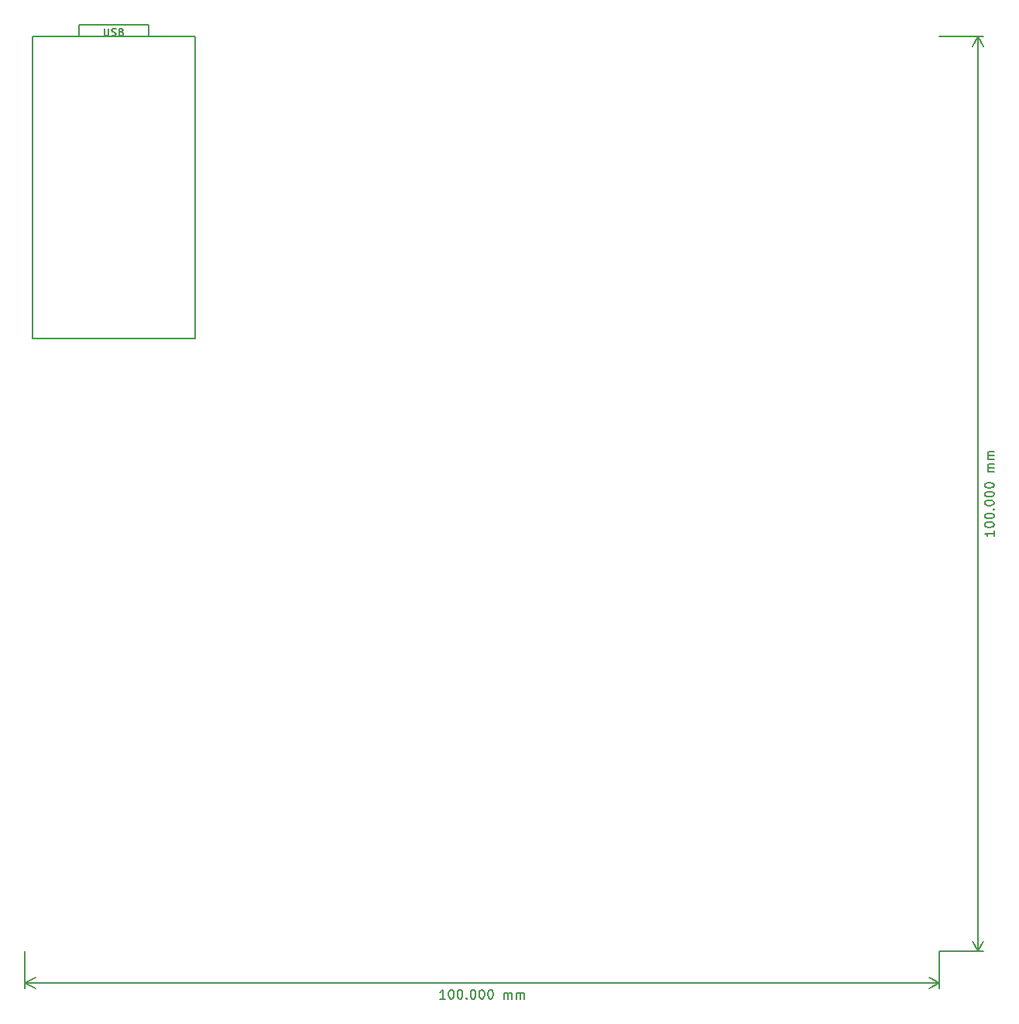
<source format=gbr>
%TF.GenerationSoftware,KiCad,Pcbnew,(5.1.10)-1*%
%TF.CreationDate,2021-08-08T16:05:11+01:00*%
%TF.ProjectId,bongopad,626f6e67-6f70-4616-942e-6b696361645f,1*%
%TF.SameCoordinates,PXb71b00PYb71b00*%
%TF.FileFunction,OtherDrawing,Comment*%
%FSLAX46Y46*%
G04 Gerber Fmt 4.6, Leading zero omitted, Abs format (unit mm)*
G04 Created by KiCad (PCBNEW (5.1.10)-1) date 2021-08-08 16:05:11*
%MOMM*%
%LPD*%
G01*
G04 APERTURE LIST*
%ADD10C,0.150000*%
%ADD11C,0.127000*%
%ADD12C,0.152400*%
G04 APERTURE END LIST*
D10*
X105952380Y-54047619D02*
X105952380Y-54619047D01*
X105952380Y-54333333D02*
X104952380Y-54333333D01*
X105095238Y-54428571D01*
X105190476Y-54523809D01*
X105238095Y-54619047D01*
X104952380Y-53428571D02*
X104952380Y-53333333D01*
X105000000Y-53238095D01*
X105047619Y-53190476D01*
X105142857Y-53142857D01*
X105333333Y-53095238D01*
X105571428Y-53095238D01*
X105761904Y-53142857D01*
X105857142Y-53190476D01*
X105904761Y-53238095D01*
X105952380Y-53333333D01*
X105952380Y-53428571D01*
X105904761Y-53523809D01*
X105857142Y-53571428D01*
X105761904Y-53619047D01*
X105571428Y-53666666D01*
X105333333Y-53666666D01*
X105142857Y-53619047D01*
X105047619Y-53571428D01*
X105000000Y-53523809D01*
X104952380Y-53428571D01*
X104952380Y-52476190D02*
X104952380Y-52380952D01*
X105000000Y-52285714D01*
X105047619Y-52238095D01*
X105142857Y-52190476D01*
X105333333Y-52142857D01*
X105571428Y-52142857D01*
X105761904Y-52190476D01*
X105857142Y-52238095D01*
X105904761Y-52285714D01*
X105952380Y-52380952D01*
X105952380Y-52476190D01*
X105904761Y-52571428D01*
X105857142Y-52619047D01*
X105761904Y-52666666D01*
X105571428Y-52714285D01*
X105333333Y-52714285D01*
X105142857Y-52666666D01*
X105047619Y-52619047D01*
X105000000Y-52571428D01*
X104952380Y-52476190D01*
X105857142Y-51714285D02*
X105904761Y-51666666D01*
X105952380Y-51714285D01*
X105904761Y-51761904D01*
X105857142Y-51714285D01*
X105952380Y-51714285D01*
X104952380Y-51047619D02*
X104952380Y-50952380D01*
X105000000Y-50857142D01*
X105047619Y-50809523D01*
X105142857Y-50761904D01*
X105333333Y-50714285D01*
X105571428Y-50714285D01*
X105761904Y-50761904D01*
X105857142Y-50809523D01*
X105904761Y-50857142D01*
X105952380Y-50952380D01*
X105952380Y-51047619D01*
X105904761Y-51142857D01*
X105857142Y-51190476D01*
X105761904Y-51238095D01*
X105571428Y-51285714D01*
X105333333Y-51285714D01*
X105142857Y-51238095D01*
X105047619Y-51190476D01*
X105000000Y-51142857D01*
X104952380Y-51047619D01*
X104952380Y-50095238D02*
X104952380Y-50000000D01*
X105000000Y-49904761D01*
X105047619Y-49857142D01*
X105142857Y-49809523D01*
X105333333Y-49761904D01*
X105571428Y-49761904D01*
X105761904Y-49809523D01*
X105857142Y-49857142D01*
X105904761Y-49904761D01*
X105952380Y-50000000D01*
X105952380Y-50095238D01*
X105904761Y-50190476D01*
X105857142Y-50238095D01*
X105761904Y-50285714D01*
X105571428Y-50333333D01*
X105333333Y-50333333D01*
X105142857Y-50285714D01*
X105047619Y-50238095D01*
X105000000Y-50190476D01*
X104952380Y-50095238D01*
X104952380Y-49142857D02*
X104952380Y-49047619D01*
X105000000Y-48952380D01*
X105047619Y-48904761D01*
X105142857Y-48857142D01*
X105333333Y-48809523D01*
X105571428Y-48809523D01*
X105761904Y-48857142D01*
X105857142Y-48904761D01*
X105904761Y-48952380D01*
X105952380Y-49047619D01*
X105952380Y-49142857D01*
X105904761Y-49238095D01*
X105857142Y-49285714D01*
X105761904Y-49333333D01*
X105571428Y-49380952D01*
X105333333Y-49380952D01*
X105142857Y-49333333D01*
X105047619Y-49285714D01*
X105000000Y-49238095D01*
X104952380Y-49142857D01*
X105952380Y-47619047D02*
X105285714Y-47619047D01*
X105380952Y-47619047D02*
X105333333Y-47571428D01*
X105285714Y-47476190D01*
X105285714Y-47333333D01*
X105333333Y-47238095D01*
X105428571Y-47190476D01*
X105952380Y-47190476D01*
X105428571Y-47190476D02*
X105333333Y-47142857D01*
X105285714Y-47047619D01*
X105285714Y-46904761D01*
X105333333Y-46809523D01*
X105428571Y-46761904D01*
X105952380Y-46761904D01*
X105952380Y-46285714D02*
X105285714Y-46285714D01*
X105380952Y-46285714D02*
X105333333Y-46238095D01*
X105285714Y-46142857D01*
X105285714Y-46000000D01*
X105333333Y-45904761D01*
X105428571Y-45857142D01*
X105952380Y-45857142D01*
X105428571Y-45857142D02*
X105333333Y-45809523D01*
X105285714Y-45714285D01*
X105285714Y-45571428D01*
X105333333Y-45476190D01*
X105428571Y-45428571D01*
X105952380Y-45428571D01*
X104200000Y-100000000D02*
X104200000Y0D01*
X100000000Y-100000000D02*
X104786421Y-100000000D01*
X100000000Y0D02*
X104786421Y0D01*
X104200000Y0D02*
X104786421Y-1126504D01*
X104200000Y0D02*
X103613579Y-1126504D01*
X104200000Y-100000000D02*
X104786421Y-98873496D01*
X104200000Y-100000000D02*
X103613579Y-98873496D01*
X45952380Y-105227379D02*
X45380952Y-105227379D01*
X45666666Y-105227379D02*
X45666666Y-104227379D01*
X45571428Y-104370237D01*
X45476190Y-104465475D01*
X45380952Y-104513094D01*
X46571428Y-104227379D02*
X46666666Y-104227379D01*
X46761904Y-104274999D01*
X46809523Y-104322618D01*
X46857142Y-104417856D01*
X46904761Y-104608332D01*
X46904761Y-104846427D01*
X46857142Y-105036903D01*
X46809523Y-105132141D01*
X46761904Y-105179760D01*
X46666666Y-105227379D01*
X46571428Y-105227379D01*
X46476190Y-105179760D01*
X46428571Y-105132141D01*
X46380952Y-105036903D01*
X46333333Y-104846427D01*
X46333333Y-104608332D01*
X46380952Y-104417856D01*
X46428571Y-104322618D01*
X46476190Y-104274999D01*
X46571428Y-104227379D01*
X47523809Y-104227379D02*
X47619047Y-104227379D01*
X47714285Y-104274999D01*
X47761904Y-104322618D01*
X47809523Y-104417856D01*
X47857142Y-104608332D01*
X47857142Y-104846427D01*
X47809523Y-105036903D01*
X47761904Y-105132141D01*
X47714285Y-105179760D01*
X47619047Y-105227379D01*
X47523809Y-105227379D01*
X47428571Y-105179760D01*
X47380952Y-105132141D01*
X47333333Y-105036903D01*
X47285714Y-104846427D01*
X47285714Y-104608332D01*
X47333333Y-104417856D01*
X47380952Y-104322618D01*
X47428571Y-104274999D01*
X47523809Y-104227379D01*
X48285714Y-105132141D02*
X48333333Y-105179760D01*
X48285714Y-105227379D01*
X48238095Y-105179760D01*
X48285714Y-105132141D01*
X48285714Y-105227379D01*
X48952380Y-104227379D02*
X49047619Y-104227379D01*
X49142857Y-104274999D01*
X49190476Y-104322618D01*
X49238095Y-104417856D01*
X49285714Y-104608332D01*
X49285714Y-104846427D01*
X49238095Y-105036903D01*
X49190476Y-105132141D01*
X49142857Y-105179760D01*
X49047619Y-105227379D01*
X48952380Y-105227379D01*
X48857142Y-105179760D01*
X48809523Y-105132141D01*
X48761904Y-105036903D01*
X48714285Y-104846427D01*
X48714285Y-104608332D01*
X48761904Y-104417856D01*
X48809523Y-104322618D01*
X48857142Y-104274999D01*
X48952380Y-104227379D01*
X49904761Y-104227379D02*
X49999999Y-104227379D01*
X50095238Y-104274999D01*
X50142857Y-104322618D01*
X50190476Y-104417856D01*
X50238095Y-104608332D01*
X50238095Y-104846427D01*
X50190476Y-105036903D01*
X50142857Y-105132141D01*
X50095238Y-105179760D01*
X49999999Y-105227379D01*
X49904761Y-105227379D01*
X49809523Y-105179760D01*
X49761904Y-105132141D01*
X49714285Y-105036903D01*
X49666666Y-104846427D01*
X49666666Y-104608332D01*
X49714285Y-104417856D01*
X49761904Y-104322618D01*
X49809523Y-104274999D01*
X49904761Y-104227379D01*
X50857142Y-104227379D02*
X50952380Y-104227379D01*
X51047619Y-104274999D01*
X51095238Y-104322618D01*
X51142857Y-104417856D01*
X51190476Y-104608332D01*
X51190476Y-104846427D01*
X51142857Y-105036903D01*
X51095238Y-105132141D01*
X51047619Y-105179760D01*
X50952380Y-105227379D01*
X50857142Y-105227379D01*
X50761904Y-105179760D01*
X50714285Y-105132141D01*
X50666666Y-105036903D01*
X50619047Y-104846427D01*
X50619047Y-104608332D01*
X50666666Y-104417856D01*
X50714285Y-104322618D01*
X50761904Y-104274999D01*
X50857142Y-104227379D01*
X52380952Y-105227379D02*
X52380952Y-104560713D01*
X52380952Y-104655951D02*
X52428571Y-104608332D01*
X52523809Y-104560713D01*
X52666666Y-104560713D01*
X52761904Y-104608332D01*
X52809523Y-104703570D01*
X52809523Y-105227379D01*
X52809523Y-104703570D02*
X52857142Y-104608332D01*
X52952380Y-104560713D01*
X53095238Y-104560713D01*
X53190476Y-104608332D01*
X53238095Y-104703570D01*
X53238095Y-105227379D01*
X53714285Y-105227379D02*
X53714285Y-104560713D01*
X53714285Y-104655951D02*
X53761904Y-104608332D01*
X53857142Y-104560713D01*
X54000000Y-104560713D01*
X54095238Y-104608332D01*
X54142857Y-104703570D01*
X54142857Y-105227379D01*
X54142857Y-104703570D02*
X54190476Y-104608332D01*
X54285714Y-104560713D01*
X54428571Y-104560713D01*
X54523809Y-104608332D01*
X54571428Y-104703570D01*
X54571428Y-105227379D01*
X0Y-103474999D02*
X100000000Y-103474999D01*
X0Y-100000000D02*
X0Y-104061420D01*
X100000000Y-100000000D02*
X100000000Y-104061420D01*
X100000000Y-103474999D02*
X98873496Y-104061420D01*
X100000000Y-103474999D02*
X98873496Y-102888578D01*
X0Y-103474999D02*
X1126504Y-104061420D01*
X0Y-103474999D02*
X1126504Y-102888578D01*
D11*
%TO.C,MCU1*%
X860000Y10000D02*
X860000Y-33010000D01*
X860000Y-33010000D02*
X18640000Y-33010000D01*
X18640000Y-33010000D02*
X18640000Y10000D01*
X18640000Y10000D02*
X860000Y10000D01*
X5940000Y10000D02*
X5940000Y1280000D01*
X5940000Y1280000D02*
X13560000Y1280000D01*
X13560000Y1280000D02*
X13560000Y10000D01*
%TD*%
%TO.C,MCU1*%
D12*
X8673523Y861505D02*
X8673523Y203524D01*
X8712228Y126115D01*
X8750933Y87410D01*
X8828342Y48705D01*
X8983161Y48705D01*
X9060571Y87410D01*
X9099276Y126115D01*
X9137980Y203524D01*
X9137980Y861505D01*
X9486323Y87410D02*
X9602438Y48705D01*
X9795961Y48705D01*
X9873371Y87410D01*
X9912076Y126115D01*
X9950780Y203524D01*
X9950780Y280934D01*
X9912076Y358343D01*
X9873371Y397048D01*
X9795961Y435753D01*
X9641142Y474458D01*
X9563733Y513162D01*
X9525028Y551867D01*
X9486323Y629277D01*
X9486323Y706686D01*
X9525028Y784096D01*
X9563733Y822800D01*
X9641142Y861505D01*
X9834666Y861505D01*
X9950780Y822800D01*
X10570057Y474458D02*
X10686171Y435753D01*
X10724876Y397048D01*
X10763580Y319639D01*
X10763580Y203524D01*
X10724876Y126115D01*
X10686171Y87410D01*
X10608761Y48705D01*
X10299123Y48705D01*
X10299123Y861505D01*
X10570057Y861505D01*
X10647466Y822800D01*
X10686171Y784096D01*
X10724876Y706686D01*
X10724876Y629277D01*
X10686171Y551867D01*
X10647466Y513162D01*
X10570057Y474458D01*
X10299123Y474458D01*
%TD*%
M02*

</source>
